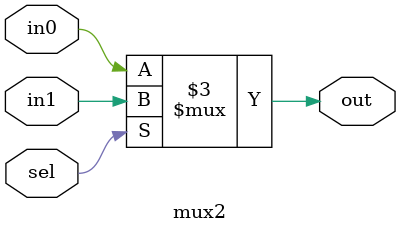
<source format=v>
module mux2(in1, in0, sel, out);
input in1, in0, sel;
output reg out;


always@(*)
    
    if(sel)  // sel = sel==1
    out=in1;
    else 
    out=in0;

endmodule
</source>
